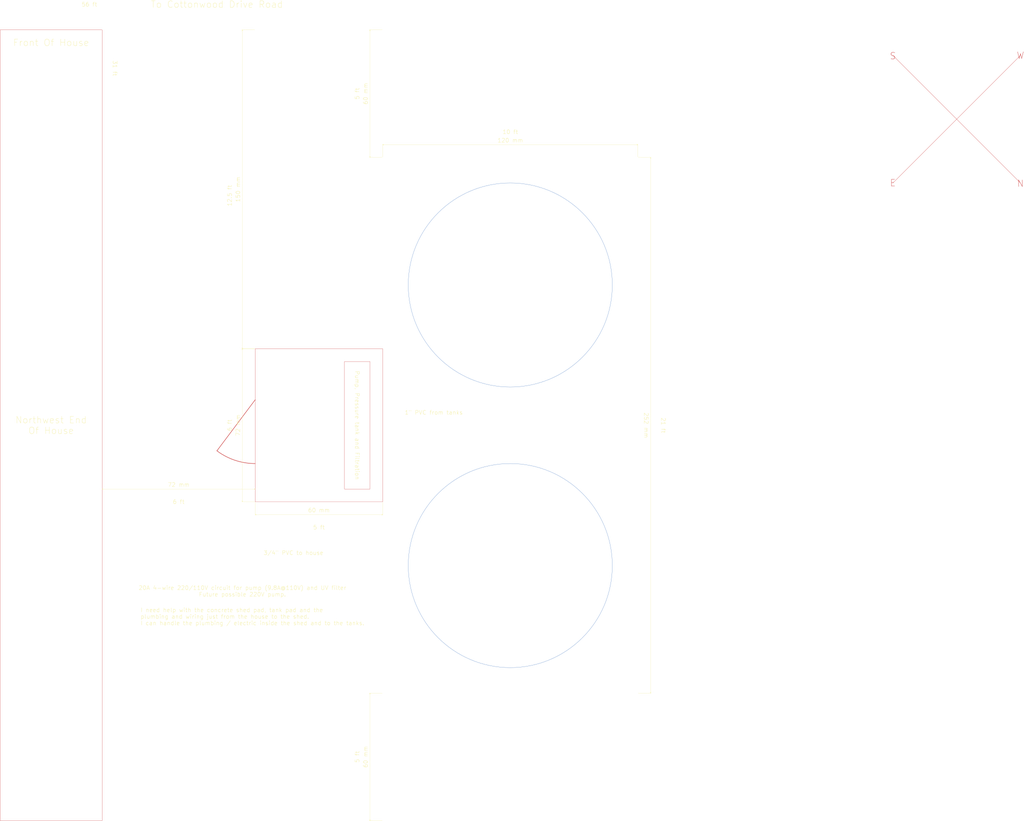
<source format=kicad_pcb>
(kicad_pcb (version 20210126) (generator pcbnew)

  (general
    (thickness 1.6)
  )

  (paper "USLedger")
  (layers
    (0 "F.Cu" signal)
    (31 "B.Cu" signal)
    (32 "B.Adhes" user "B.Adhesive")
    (33 "F.Adhes" user "F.Adhesive")
    (34 "B.Paste" user)
    (35 "F.Paste" user)
    (36 "B.SilkS" user "B.Silkscreen")
    (37 "F.SilkS" user "F.Silkscreen")
    (38 "B.Mask" user)
    (39 "F.Mask" user)
    (40 "Dwgs.User" user "User.Drawings")
    (41 "Cmts.User" user "User.Comments")
    (42 "Eco1.User" user "User.Eco1")
    (43 "Eco2.User" user "User.Eco2")
    (44 "Edge.Cuts" user)
    (45 "Margin" user)
    (46 "B.CrtYd" user "B.Courtyard")
    (47 "F.CrtYd" user "F.Courtyard")
    (48 "B.Fab" user)
    (49 "F.Fab" user)
    (50 "User.1" user)
    (51 "User.2" user)
    (52 "User.3" user)
    (53 "User.4" user)
    (54 "User.5" user)
    (55 "User.6" user)
    (56 "User.7" user)
    (57 "User.8" user)
    (58 "User.9" user)
  )

  (setup
    (pcbplotparams
      (layerselection 0x00010fc_ffffffff)
      (disableapertmacros false)
      (usegerberextensions false)
      (usegerberattributes true)
      (usegerberadvancedattributes true)
      (creategerberjobfile true)
      (svguseinch false)
      (svgprecision 6)
      (excludeedgelayer true)
      (plotframeref false)
      (viasonmask false)
      (mode 1)
      (useauxorigin false)
      (hpglpennumber 1)
      (hpglpenspeed 20)
      (hpglpendiameter 15.000000)
      (dxfpolygonmode true)
      (dxfimperialunits true)
      (dxfusepcbnewfont true)
      (psnegative false)
      (psa4output false)
      (plotreference true)
      (plotvalue true)
      (plotinvisibletext false)
      (sketchpadsonfab false)
      (subtractmaskfromsilk false)
      (outputformat 4)
      (mirror false)
      (drillshape 0)
      (scaleselection 1)
      (outputdirectory "")
    )
  )


  (net 0 "")

  (gr_rect (start -101.6 -393.7) (end 0 393.7) (layer "F.Cu") (width 0.2) (fill none) (tstamp 0438de3c-c6b0-49b7-98a7-356a6da8e430))
  (gr_line (start 152.4 -25.4) (end 114.3 25.4) (layer "F.Cu") (width 0.454) (tstamp 0738dc72-6572-4252-8a8b-504b3d371cf5))
  (gr_rect (start 279.4 -76.2) (end 152.4 76.2) (layer "F.Cu") (width 0.2) (fill none) (tstamp 146fb582-71a0-417b-984a-d6e89f77e382))
  (gr_arc (start 152.383333 -25.349995) (end 114.3 25.4) (angle -36.9) (layer "F.Cu") (width 0.454) (tstamp 16a4ee50-b810-41f2-ad97-9dd85b5dc93a))
  (gr_line (start 914.4 -241.3) (end 787.4 -368.3) (layer "F.Cu") (width 0.2) (tstamp 55fe362b-f385-418b-b000-6afaa30f1edd))
  (gr_line (start 787.4 -241.3) (end 914.4 -368.3) (layer "F.Cu") (width 0.2) (tstamp d2ba0b37-4650-41b6-a29d-028b2afc26f9))
  (gr_rect (start 266.7 -63.5) (end 241.3 63.5) (layer "F.Cu") (width 0.2) (fill none) (tstamp e2fa57e6-c805-4ac9-a332-258e9b559782))
  (gr_circle (center 406.4 139.7) (end 508 139.7) (layer "B.Cu") (width 0.2) (fill none) (tstamp 404bf5c7-3557-46e2-80eb-8786904ea9dc))
  (gr_circle (center 406.4 -139.7) (end 508 -139.7) (layer "B.Cu") (width 0.2) (fill none) (tstamp 97a721a6-4f50-4c13-abad-0c4d63dee069))
  (gr_line (start 266.7 0) (end 292.1 0) (layer "B.Adhes") (width 2.74) (tstamp b5e9871e-dbb8-4266-bd0e-fa56855bc64d))
  (gr_line (start 406.4 0) (end 292.1 0) (layer "B.Adhes") (width 2.74) (tstamp dcb871fb-8364-4b7e-8d11-5f4b3d930f63))
  (gr_line (start 254 63.5) (end 254 139.7) (layer "B.Mask") (width 2.74) (tstamp 496d1bb2-1a83-473d-b648-9caebe2c14e3))
  (gr_line (start 0 139.7) (end 254 139.7) (layer "B.Mask") (width 2.74) (tstamp 56f39cac-9eb3-4472-abc4-a3d9a2cc9ca0))
  (gr_line (start 0 152.4) (end 266.7 152.4) (layer "Eco1.User") (width 2.74) (tstamp 22d463ad-6219-47c3-9528-dbcf5ef842bf))
  (gr_line (start 266.7 63.5) (end 266.7 152.4) (layer "Eco1.User") (width 2.74) (tstamp 601ba974-dba5-4de9-b5a6-a15b7bd0490f))
  (gr_rect (start 279.4 -266.7) (end 533.4 266.7) (layer "B.CrtYd") (width 0.2) (fill none) (tstamp 442a3d04-c852-40ef-aef9-c3f803e99e5f))
  (gr_text "S" (at 787.4 -368.3 180) (layer "F.Cu") (tstamp 7087b308-ca4b-4b88-b543-39f03757425c)
    (effects (font (size 6.58 6.58) (thickness 0.3)))
  )
  (gr_text "N" (at 914.4 -241.3 180) (layer "F.Cu") (tstamp 71b6d12b-8412-44a8-8c61-ec43e33ef598)
    (effects (font (size 6.58 6.58) (thickness 0.3)))
  )
  (gr_text "W" (at 914.4 -368.3) (layer "F.Cu") (tstamp c4b97f1d-4178-4fdf-90ac-30285a86e163)
    (effects (font (size 6.58 6.58) (thickness 0.3)))
  )
  (gr_text "E" (at 787.4 -241.3) (layer "F.Cu") (tstamp d9fee950-d5bb-45b4-8d58-2c08a4e07bc7)
    (effects (font (size 6.58 6.58) (thickness 0.3)))
  )
  (gr_text "I need help with the concrete shed pad, tank pad and the\nplumbing and wiring just from the house to the shed.\nI can handle the plumbing / electric inside the shed and to the tanks." (at 38.1 190.5) (layer "F.SilkS") (tstamp 02866126-3bc7-4c96-a1b2-6f3564937701)
    (effects (font (size 4.04 4.04) (thickness 0.3)) (justify left))
  )
  (gr_text "31 ft" (at 12.7 -355.6 270) (layer "F.SilkS") (tstamp 26dc7aca-4d79-4a90-9ac3-913667806e2b)
    (effects (font (size 4.04 4.04) (thickness 0.3)))
  )
  (gr_text "5 ft" (at 254 -330.2 90) (layer "F.SilkS") (tstamp 31858be7-01d1-40cd-9646-450a413baded)
    (effects (font (size 4.04 4.04) (thickness 0.3)))
  )
  (gr_text "6 ft" (at 127 0 90) (layer "F.SilkS") (tstamp 51f5b67a-0450-42cd-aff6-f3af132e3004)
    (effects (font (size 4.04 4.04) (thickness 0.3)))
  )
  (gr_text "Pump, Pressure tank and Filtration" (at 254 0 270) (layer "F.SilkS") (tstamp 63b31d57-9d1d-4bf5-9320-cbe665d1bf61)
    (effects (font (size 4.04 4.04) (thickness 0.3)))
  )
  (gr_text "Northwest End\nOf House" (at -50.8 0) (layer "F.SilkS") (tstamp 66fb93d6-2d42-4733-a27d-25b56915a77b)
    (effects (font (size 6.58 6.58) (thickness 0.3)))
  )
  (gr_text "56 ft" (at -12.7 -419.1) (layer "F.SilkS") (tstamp 6d74a707-cc57-489b-bbd2-c061fdf24c68)
    (effects (font (size 4.04 4.04) (thickness 0.3)))
  )
  (gr_text "To Cottonwood Drive Road" (at 114.3 -419.1) (layer "F.SilkS") (tstamp 7e2a6ee1-8b3c-4f72-90fb-ff1cf1c7d139)
    (effects (font (size 6.58 6.58) (thickness 0.3)))
  )
  (gr_text "5 ft" (at 254 330.2 90) (layer "F.SilkS") (tstamp 8dc8e76a-a7d1-4019-9876-2686fbc18769)
    (effects (font (size 4.04 4.04) (thickness 0.3)))
  )
  (gr_text "5 ft" (at 215.9 101.6) (layer "F.SilkS") (tstamp 9e8d8d96-af6b-4d2f-964b-0b5c81e6e3e0)
    (effects (font (size 4.04 4.04) (thickness 0.3)))
  )
  (gr_text "12.5 ft" (at 127 -228.6 90) (layer "F.SilkS") (tstamp a8d51ddd-621c-4c79-82e1-d2c5e44eb5a2)
    (effects (font (size 4.04 4.04) (thickness 0.3)))
  )
  (gr_text "3/4\" PVC to house" (at 190.5 127) (layer "F.SilkS") (tstamp b4087c0a-beae-4914-aca5-a363d8bf067c)
    (effects (font (size 4.04 4.04) (thickness 0.3)))
  )
  (gr_text "Front Of House" (at -50.8 -381) (layer "F.SilkS") (tstamp d05112c8-f817-42c3-a081-6e9deda443b1)
    (effects (font (size 6.58 6.58) (thickness 0.3)))
  )
  (gr_text "20A 4-wire 220/110V circuit for pump (9.8A@110V) and UV filter\nFuture possible 220V pump." (at 139.7 165.1) (layer "F.SilkS") (tstamp d1abd5b8-f461-4f23-a555-bbec525f9e97)
    (effects (font (size 4.04 4.04) (thickness 0.3)))
  )
  (gr_text "6 ft" (at 76.2 76.2) (layer "F.SilkS") (tstamp e14f58a8-7e6f-4bb3-b56d-c52ac998a287)
    (effects (font (size 4.04 4.04) (thickness 0.3)))
  )
  (gr_text "21 ft" (at 558.8 0 270) (layer "F.SilkS") (tstamp ef0e53d4-68ec-4211-b0b5-d31931d37461)
    (effects (font (size 4.04 4.04) (thickness 0.3)))
  )
  (gr_text "1\" PVC from tanks" (at 330.2 -12.7) (layer "F.SilkS") (tstamp f6916ea3-7310-476a-9847-988bdcd9d5d4)
    (effects (font (size 4.04 4.04) (thickness 0.3)))
  )
  (gr_text "10 ft" (at 406.4 -292.1) (layer "F.SilkS") (tstamp f8416ea5-2ec3-47b9-b4be-7ce33af2e5d5)
    (effects (font (size 4.04 4.04) (thickness 0.3)))
  )
  (gr_text "Pump house\nshed\n6'x5'" (at 203.2 0) (layer "B.Fab") (tstamp cd807278-ca0a-426a-8759-55ec2e15ac82)
    (effects (font (size 6.58 6.58) (thickness 0.3)))
  )
  (gr_text "Norwesco 3450\nGallon Tank\n96\" diameter" (at 406.4 -139.7) (layer "F.Fab") (tstamp 55ad21df-4204-4fba-a288-fe948d137251)
    (effects (font (size 6.58 6.58) (thickness 0.3)))
  )
  (gr_text "Norwesco 3450\nGallon Tank\n96\" diameter" (at 406.4 139.7) (layer "F.Fab") (tstamp d5a216bc-906b-4655-a931-c2b4a8492dfe)
    (effects (font (size 6.58 6.58) (thickness 0.3)))
  )
  (dimension (type aligned) (layer "F.Paste") (tstamp 2ef17536-05a8-4b86-9f4b-53883a3046c4)
    (pts (xy 406.4 -38.1) (xy 406.4 38.1))
    (height 0)
    (gr_text "36 in" (at 402.06 0 270) (layer "F.Paste") (tstamp 2ef17536-05a8-4b86-9f4b-53883a3046c4)
      (effects (font (size 4.04 4.04) (thickness 0.3)))
    )
    (format (units 3) (units_format 1) (precision 4) (override_value "36"))
    (style (thickness 0.2) (arrow_length 1.27) (text_position_mode 0) (extension_height 0.58642) (extension_offset 0.5) keep_text_aligned)
  )
  (dimension (type aligned) (layer "F.SilkS") (tstamp 0818039f-ecde-4e26-9634-5a0f892493cb)
    (pts (xy 279.4 -266.7) (xy 533.4 -266.7))
    (height -12.7)
    (gr_text "120 in" (at 406.4 -283.74) (layer "F.SilkS") (tstamp 0818039f-ecde-4e26-9634-5a0f892493cb)
      (effects (font (size 4.04 4.04) (thickness 0.3)))
    )
    (format (units 3) (units_format 1) (precision 4) (override_value "120"))
    (style (thickness 0.2) (arrow_length 1.27) (text_position_mode 0) (extension_height 0.58642) (extension_offset 0.5) keep_text_aligned)
  )
  (dimension (type aligned) (layer "F.SilkS") (tstamp 39003586-5003-4351-a1aa-75b8c6663f46)
    (pts (xy 279.4 -266.7) (xy 279.4 -393.7))
    (height -12.7)
    (gr_text "60 in" (at 262.36 -330.2 90) (layer "F.SilkS") (tstamp 0818039f-ecde-4e26-9634-5a0f892493cb)
      (effects (font (size 4.04 4.04) (thickness 0.3)))
    )
    (format (units 3) (units_format 1) (precision 4) (override_value "60"))
    (style (thickness 0.2) (arrow_length 1.27) (text_position_mode 0) (extension_height 0.58642) (extension_offset 0.5))
  )
  (dimension (type aligned) (layer "F.SilkS") (tstamp 49024732-c3d5-4627-bf1e-539b0b1212bb)
    (pts (xy 279.4 393.7) (xy 279.4 266.7))
    (height -12.7)
    (gr_text "60 in" (at 262.36 330.2 90) (layer "F.SilkS") (tstamp 0818039f-ecde-4e26-9634-5a0f892493cb)
      (effects (font (size 4.04 4.04) (thickness 0.3)))
    )
    (format (units 3) (units_format 1) (precision 4) (override_value "60"))
    (style (thickness 0.2) (arrow_length 1.27) (text_position_mode 0) (extension_height 0.58642) (extension_offset 0.5))
  )
  (dimension (type aligned) (layer "F.SilkS") (tstamp 7b067d41-fb62-4557-a763-22a18995c879)
    (pts (xy 152.4 76.2) (xy 279.4 76.2))
    (height 12.7)
    (gr_text "60 in" (at 215.9 93.24) (layer "F.SilkS") (tstamp 7b067d41-fb62-4557-a763-22a18995c879)
      (effects (font (size 4.04 4.04) (thickness 0.3)))
    )
    (format (units 3) (units_format 1) (precision 4) (override_value "60"))
    (style (thickness 0.2) (arrow_length 1.27) (text_position_mode 0) (extension_height 0.58642) (extension_offset 0.5))
  )
  (dimension (type aligned) (layer "F.SilkS") (tstamp 8b2729e8-ac7f-4064-9e77-0f0e8470a28d)
    (pts (xy 533.4 -266.7) (xy 533.4 266.7))
    (height -12.7)
    (gr_text "252 in" (at 550.44 0 270) (layer "F.SilkS") (tstamp 8b2729e8-ac7f-4064-9e77-0f0e8470a28d)
      (effects (font (size 4.04 4.04) (thickness 0.3)))
    )
    (format (units 3) (units_format 1) (precision 4) (override_value "252"))
    (style (thickness 0.2) (arrow_length 1.27) (text_position_mode 0) (extension_height 0.58642) (extension_offset 0.5))
  )
  (dimension (type aligned) (layer "F.SilkS") (tstamp c0522612-c018-4ca3-b8d9-8b72e27cac29)
    (pts (xy 0 63.5) (xy 152.4 63.5))
    (height 0)
    (gr_text "72 in" (at 76.2 67.84) (layer "F.SilkS") (tstamp c0522612-c018-4ca3-b8d9-8b72e27cac29)
      (effects (font (size 4.04 4.04) (thickness 0.3)))
    )
    (format (units 3) (units_format 1) (precision 4) (override_value "72"))
    (style (thickness 0.2) (arrow_length 1.27) (text_position_mode 0) (extension_height 0.58642) (extension_offset 0.5) keep_text_aligned)
  )
  (dimension (type aligned) (layer "F.SilkS") (tstamp c13da3bd-f9f4-4a00-9f56-f2ec7ceeb960)
    (pts (xy 152.4 -76.2) (xy 152.4 76.2))
    (height 12.699999)
    (gr_text "72 in" (at 135.360001 0 90) (layer "F.SilkS") (tstamp c13da3bd-f9f4-4a00-9f56-f2ec7ceeb960)
      (effects (font (size 4.04 4.04) (thickness 0.3)))
    )
    (format (units 3) (units_format 1) (precision 4) (override_value "72"))
    (style (thickness 0.2) (arrow_length 1.27) (text_position_mode 0) (extension_height 0.58642) (extension_offset 0.5))
  )
  (dimension (type aligned) (layer "F.SilkS") (tstamp c75d68bd-e8db-4ba0-ac8e-6e0cfd0b6a8e)
    (pts (xy 152.4 -76.2) (xy 152.4 -393.7))
    (height -12.7)
    (gr_text "150 in" (at 135.36 -234.95 90) (layer "F.SilkS") (tstamp 0818039f-ecde-4e26-9634-5a0f892493cb)
      (effects (font (size 4.04 4.04) (thickness 0.3)))
    )
    (format (units 3) (units_format 1) (precision 4) (override_value "150"))
    (style (thickness 0.2) (arrow_length 1.27) (text_position_mode 0) (extension_height 0.58642) (extension_offset 0.5))
  )

)

</source>
